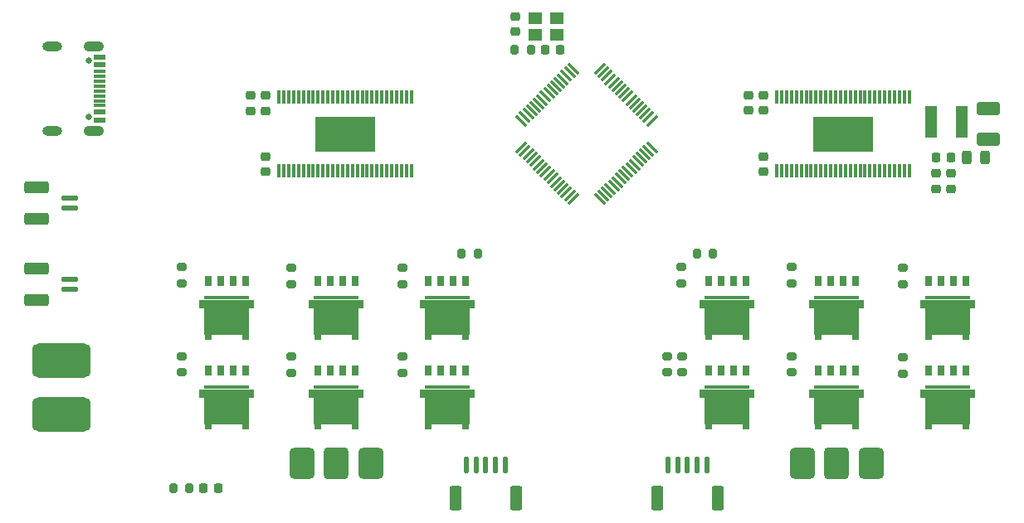
<source format=gbr>
%TF.GenerationSoftware,KiCad,Pcbnew,7.0.9*%
%TF.CreationDate,2024-01-31T13:13:56+08:00*%
%TF.ProjectId,MotorKit,4d6f746f-724b-4697-942e-6b696361645f,rev?*%
%TF.SameCoordinates,Original*%
%TF.FileFunction,Soldermask,Top*%
%TF.FilePolarity,Negative*%
%FSLAX46Y46*%
G04 Gerber Fmt 4.6, Leading zero omitted, Abs format (unit mm)*
G04 Created by KiCad (PCBNEW 7.0.9) date 2024-01-31 13:13:56*
%MOMM*%
%LPD*%
G01*
G04 APERTURE LIST*
G04 Aperture macros list*
%AMRoundRect*
0 Rectangle with rounded corners*
0 $1 Rounding radius*
0 $2 $3 $4 $5 $6 $7 $8 $9 X,Y pos of 4 corners*
0 Add a 4 corners polygon primitive as box body*
4,1,4,$2,$3,$4,$5,$6,$7,$8,$9,$2,$3,0*
0 Add four circle primitives for the rounded corners*
1,1,$1+$1,$2,$3*
1,1,$1+$1,$4,$5*
1,1,$1+$1,$6,$7*
1,1,$1+$1,$8,$9*
0 Add four rect primitives between the rounded corners*
20,1,$1+$1,$2,$3,$4,$5,0*
20,1,$1+$1,$4,$5,$6,$7,0*
20,1,$1+$1,$6,$7,$8,$9,0*
20,1,$1+$1,$8,$9,$2,$3,0*%
G04 Aperture macros list end*
%ADD10RoundRect,0.225000X-0.250000X0.225000X-0.250000X-0.225000X0.250000X-0.225000X0.250000X0.225000X0*%
%ADD11R,0.750000X1.000000*%
%ADD12R,0.750000X0.475000*%
%ADD13R,4.560000X2.730000*%
%ADD14R,5.550000X0.910000*%
%ADD15R,4.560000X0.430000*%
%ADD16RoundRect,0.225000X0.250000X-0.225000X0.250000X0.225000X-0.250000X0.225000X-0.250000X-0.225000X0*%
%ADD17RoundRect,0.200000X0.275000X-0.200000X0.275000X0.200000X-0.275000X0.200000X-0.275000X-0.200000X0*%
%ADD18RoundRect,0.218750X0.218750X0.256250X-0.218750X0.256250X-0.218750X-0.256250X0.218750X-0.256250X0*%
%ADD19C,0.650000*%
%ADD20R,1.150000X0.600000*%
%ADD21R,1.150000X0.300000*%
%ADD22O,2.100000X1.050000*%
%ADD23O,2.000000X1.000000*%
%ADD24R,0.300000X1.475000*%
%ADD25R,6.220000X3.680000*%
%ADD26RoundRect,0.100000X0.750000X-0.150000X0.750000X0.150000X-0.750000X0.150000X-0.750000X-0.150000X0*%
%ADD27RoundRect,0.200000X1.050000X-0.400000X1.050000X0.400000X-1.050000X0.400000X-1.050000X-0.400000X0*%
%ADD28RoundRect,0.243750X-0.243750X-0.456250X0.243750X-0.456250X0.243750X0.456250X-0.243750X0.456250X0*%
%ADD29RoundRect,0.200000X-0.200000X-0.275000X0.200000X-0.275000X0.200000X0.275000X-0.200000X0.275000X0*%
%ADD30RoundRect,0.100000X0.150000X0.750000X-0.150000X0.750000X-0.150000X-0.750000X0.150000X-0.750000X0*%
%ADD31RoundRect,0.200000X0.400000X1.050000X-0.400000X1.050000X-0.400000X-1.050000X0.400000X-1.050000X0*%
%ADD32RoundRect,0.075000X-0.548008X0.441942X0.441942X-0.548008X0.548008X-0.441942X-0.441942X0.548008X0*%
%ADD33RoundRect,0.075000X-0.548008X-0.441942X-0.441942X-0.548008X0.548008X0.441942X0.441942X0.548008X0*%
%ADD34R,1.400000X1.200000*%
%ADD35RoundRect,0.700000X-2.300000X1.050000X-2.300000X-1.050000X2.300000X-1.050000X2.300000X1.050000X0*%
%ADD36RoundRect,0.250000X-0.925000X0.412500X-0.925000X-0.412500X0.925000X-0.412500X0.925000X0.412500X0*%
%ADD37RoundRect,0.225000X-0.225000X-0.250000X0.225000X-0.250000X0.225000X0.250000X-0.225000X0.250000X0*%
%ADD38RoundRect,0.200000X0.200000X0.275000X-0.200000X0.275000X-0.200000X-0.275000X0.200000X-0.275000X0*%
%ADD39R,1.200000X3.300000*%
%ADD40RoundRect,0.520000X-0.780000X-1.080000X0.780000X-1.080000X0.780000X1.080000X-0.780000X1.080000X0*%
%ADD41RoundRect,0.520000X-0.780000X-1.130000X0.780000X-1.130000X0.780000X1.130000X-0.780000X1.130000X0*%
G04 APERTURE END LIST*
D10*
%TO.C,C39*%
X190500000Y-90493000D03*
X190500000Y-92043000D03*
%TD*%
D11*
%TO.C,Q13*%
X118491000Y-110617000D03*
X117221000Y-110617000D03*
X115951000Y-110617000D03*
X114681000Y-110617000D03*
D12*
X118491000Y-116375000D03*
D13*
X116586000Y-114775000D03*
D14*
X116586000Y-112960000D03*
D15*
X116586000Y-112295000D03*
D12*
X114681000Y-116375000D03*
%TD*%
D16*
%TO.C,C34*%
X171323000Y-90310000D03*
X171323000Y-88760000D03*
%TD*%
D11*
%TO.C,Q9*%
X140970000Y-110617000D03*
X139700000Y-110617000D03*
X138430000Y-110617000D03*
X137160000Y-110617000D03*
D12*
X140970000Y-116375000D03*
D13*
X139065000Y-114775000D03*
D14*
X139065000Y-112960000D03*
D15*
X139065000Y-112295000D03*
D12*
X137160000Y-116375000D03*
%TD*%
D17*
%TO.C,R52*%
X123190000Y-101790000D03*
X123190000Y-100140000D03*
%TD*%
D18*
%TO.C,D5*%
X115748000Y-122682000D03*
X114173000Y-122682000D03*
%TD*%
D19*
%TO.C,J8*%
X102491500Y-78922000D03*
X102491500Y-84702000D03*
D20*
X103566500Y-78612000D03*
X103566500Y-79412000D03*
D21*
X103566500Y-80562000D03*
X103566500Y-81562000D03*
X103566500Y-82062000D03*
X103566500Y-83062000D03*
D20*
X103566500Y-85012000D03*
X103566500Y-84212000D03*
D21*
X103566500Y-83562000D03*
X103566500Y-82562000D03*
X103566500Y-81062000D03*
X103566500Y-80062000D03*
D22*
X102991500Y-77492000D03*
D23*
X98811500Y-77492000D03*
X98811500Y-86132000D03*
D22*
X102991500Y-86132000D03*
%TD*%
D16*
%TO.C,C51*%
X120523000Y-90310000D03*
X120523000Y-88760000D03*
%TD*%
D17*
%TO.C,R51*%
X123190000Y-110870000D03*
X123190000Y-109220000D03*
%TD*%
D24*
%TO.C,IC1*%
X186201000Y-82675000D03*
X185701000Y-82675000D03*
X185201000Y-82675000D03*
X184701000Y-82675000D03*
X184201000Y-82675000D03*
X183701000Y-82675000D03*
X183201000Y-82675000D03*
X182701000Y-82675000D03*
X182201000Y-82675000D03*
X181701000Y-82675000D03*
X181201000Y-82675000D03*
X180701000Y-82675000D03*
X180201000Y-82675000D03*
X179701000Y-82675000D03*
X179201000Y-82675000D03*
X178701000Y-82675000D03*
X178201000Y-82675000D03*
X177701000Y-82675000D03*
X177201000Y-82675000D03*
X176701000Y-82675000D03*
X176201000Y-82675000D03*
X175701000Y-82675000D03*
X175201000Y-82675000D03*
X174701000Y-82675000D03*
X174201000Y-82675000D03*
X173701000Y-82675000D03*
X173201000Y-82675000D03*
X172701000Y-82675000D03*
X172701000Y-90251000D03*
X173201000Y-90251000D03*
X173701000Y-90251000D03*
X174201000Y-90251000D03*
X174701000Y-90251000D03*
X175201000Y-90251000D03*
X175701000Y-90251000D03*
X176201000Y-90251000D03*
X176701000Y-90251000D03*
X177201000Y-90251000D03*
X177701000Y-90251000D03*
X178201000Y-90251000D03*
X178701000Y-90251000D03*
X179201000Y-90251000D03*
X179701000Y-90251000D03*
X180201000Y-90251000D03*
X180701000Y-90251000D03*
X181201000Y-90251000D03*
X181701000Y-90251000D03*
X182201000Y-90251000D03*
X182701000Y-90251000D03*
X183201000Y-90251000D03*
X183701000Y-90251000D03*
X184201000Y-90251000D03*
X184701000Y-90251000D03*
X185201000Y-90251000D03*
X185701000Y-90251000D03*
X186201000Y-90251000D03*
D25*
X179451000Y-86463000D03*
%TD*%
D17*
%TO.C,R50*%
X134493000Y-101790000D03*
X134493000Y-100140000D03*
%TD*%
%TO.C,R49*%
X134493000Y-110871000D03*
X134493000Y-109221000D03*
%TD*%
%TO.C,R35*%
X185547000Y-110934000D03*
X185547000Y-109284000D03*
%TD*%
%TO.C,R13*%
X161544000Y-110807000D03*
X161544000Y-109157000D03*
%TD*%
%TO.C,R36*%
X185547000Y-101790000D03*
X185547000Y-100140000D03*
%TD*%
D11*
%TO.C,Q4*%
X192024000Y-101506000D03*
X190754000Y-101506000D03*
X189484000Y-101506000D03*
X188214000Y-101506000D03*
D12*
X192024000Y-107264000D03*
D13*
X190119000Y-105664000D03*
D14*
X190119000Y-103849000D03*
D15*
X190119000Y-103184000D03*
D12*
X188214000Y-107264000D03*
%TD*%
D17*
%TO.C,R54*%
X112014000Y-110807000D03*
X112014000Y-109157000D03*
%TD*%
D26*
%TO.C,J9*%
X100579000Y-102342000D03*
X100579000Y-101342000D03*
D27*
X97179000Y-103442000D03*
X97179000Y-100242000D03*
%TD*%
D16*
%TO.C,C2*%
X146007000Y-75991526D03*
X146007000Y-74441526D03*
%TD*%
%TO.C,C33*%
X171323000Y-84055000D03*
X171323000Y-82505000D03*
%TD*%
D26*
%TO.C,J10*%
X100579000Y-94007000D03*
X100579000Y-93007000D03*
D27*
X97179000Y-95107000D03*
X97179000Y-91907000D03*
%TD*%
D11*
%TO.C,Q5*%
X180721000Y-110629000D03*
X179451000Y-110629000D03*
X178181000Y-110629000D03*
X176911000Y-110629000D03*
D12*
X180721000Y-116387000D03*
D13*
X178816000Y-114787000D03*
D14*
X178816000Y-112972000D03*
D15*
X178816000Y-112307000D03*
D12*
X176911000Y-116387000D03*
%TD*%
D28*
%TO.C,D6*%
X192089500Y-88868000D03*
X193964500Y-88868000D03*
%TD*%
D11*
%TO.C,Q10*%
X140970000Y-101488000D03*
X139700000Y-101488000D03*
X138430000Y-101488000D03*
X137160000Y-101488000D03*
D12*
X140970000Y-107246000D03*
D13*
X139065000Y-105646000D03*
D14*
X139065000Y-103831000D03*
D15*
X139065000Y-103166000D03*
D12*
X137160000Y-107246000D03*
%TD*%
D11*
%TO.C,Q11*%
X129667000Y-110617000D03*
X128397000Y-110617000D03*
X127127000Y-110617000D03*
X125857000Y-110617000D03*
D12*
X129667000Y-116375000D03*
D13*
X127762000Y-114775000D03*
D14*
X127762000Y-112960000D03*
D15*
X127762000Y-112295000D03*
D12*
X125857000Y-116375000D03*
%TD*%
D29*
%TO.C,R2*%
X145943999Y-77883525D03*
X147593999Y-77883525D03*
%TD*%
D11*
%TO.C,Q8*%
X169545000Y-101506000D03*
X168275000Y-101506000D03*
X167005000Y-101506000D03*
X165735000Y-101506000D03*
D12*
X169545000Y-107264000D03*
D13*
X167640000Y-105664000D03*
D14*
X167640000Y-103849000D03*
D15*
X167640000Y-103184000D03*
D12*
X165735000Y-107264000D03*
%TD*%
D16*
%TO.C,C58*%
X169799000Y-84055000D03*
X169799000Y-82505000D03*
%TD*%
D30*
%TO.C,J4*%
X165576000Y-120274000D03*
X164576000Y-120274000D03*
X163576000Y-120274000D03*
X162576000Y-120274000D03*
X161576000Y-120274000D03*
D31*
X166676000Y-123674000D03*
X160476000Y-123674000D03*
%TD*%
D24*
%TO.C,IC2*%
X135401000Y-82675000D03*
X134901000Y-82675000D03*
X134401000Y-82675000D03*
X133901000Y-82675000D03*
X133401000Y-82675000D03*
X132901000Y-82675000D03*
X132401000Y-82675000D03*
X131901000Y-82675000D03*
X131401000Y-82675000D03*
X130901000Y-82675000D03*
X130401000Y-82675000D03*
X129901000Y-82675000D03*
X129401000Y-82675000D03*
X128901000Y-82675000D03*
X128401000Y-82675000D03*
X127901000Y-82675000D03*
X127401000Y-82675000D03*
X126901000Y-82675000D03*
X126401000Y-82675000D03*
X125901000Y-82675000D03*
X125401000Y-82675000D03*
X124901000Y-82675000D03*
X124401000Y-82675000D03*
X123901000Y-82675000D03*
X123401000Y-82675000D03*
X122901000Y-82675000D03*
X122401000Y-82675000D03*
X121901000Y-82675000D03*
X121901000Y-90251000D03*
X122401000Y-90251000D03*
X122901000Y-90251000D03*
X123401000Y-90251000D03*
X123901000Y-90251000D03*
X124401000Y-90251000D03*
X124901000Y-90251000D03*
X125401000Y-90251000D03*
X125901000Y-90251000D03*
X126401000Y-90251000D03*
X126901000Y-90251000D03*
X127401000Y-90251000D03*
X127901000Y-90251000D03*
X128401000Y-90251000D03*
X128901000Y-90251000D03*
X129401000Y-90251000D03*
X129901000Y-90251000D03*
X130401000Y-90251000D03*
X130901000Y-90251000D03*
X131401000Y-90251000D03*
X131901000Y-90251000D03*
X132401000Y-90251000D03*
X132901000Y-90251000D03*
X133401000Y-90251000D03*
X133901000Y-90251000D03*
X134401000Y-90251000D03*
X134901000Y-90251000D03*
X135401000Y-90251000D03*
D25*
X128651000Y-86463000D03*
%TD*%
D32*
%TO.C,U1*%
X151927819Y-79798519D03*
X151574266Y-80152072D03*
X151220713Y-80505625D03*
X150867159Y-80859179D03*
X150513606Y-81212732D03*
X150160052Y-81566286D03*
X149806499Y-81919839D03*
X149452946Y-82273392D03*
X149099392Y-82626946D03*
X148745839Y-82980499D03*
X148392286Y-83334052D03*
X148038732Y-83687606D03*
X147685179Y-84041159D03*
X147331625Y-84394713D03*
X146978072Y-84748266D03*
X146624519Y-85101819D03*
D33*
X146624519Y-87824181D03*
X146978072Y-88177734D03*
X147331625Y-88531287D03*
X147685179Y-88884841D03*
X148038732Y-89238394D03*
X148392286Y-89591948D03*
X148745839Y-89945501D03*
X149099392Y-90299054D03*
X149452946Y-90652608D03*
X149806499Y-91006161D03*
X150160052Y-91359714D03*
X150513606Y-91713268D03*
X150867159Y-92066821D03*
X151220713Y-92420375D03*
X151574266Y-92773928D03*
X151927819Y-93127481D03*
D32*
X154650181Y-93127481D03*
X155003734Y-92773928D03*
X155357287Y-92420375D03*
X155710841Y-92066821D03*
X156064394Y-91713268D03*
X156417948Y-91359714D03*
X156771501Y-91006161D03*
X157125054Y-90652608D03*
X157478608Y-90299054D03*
X157832161Y-89945501D03*
X158185714Y-89591948D03*
X158539268Y-89238394D03*
X158892821Y-88884841D03*
X159246375Y-88531287D03*
X159599928Y-88177734D03*
X159953481Y-87824181D03*
D33*
X159953481Y-85101819D03*
X159599928Y-84748266D03*
X159246375Y-84394713D03*
X158892821Y-84041159D03*
X158539268Y-83687606D03*
X158185714Y-83334052D03*
X157832161Y-82980499D03*
X157478608Y-82626946D03*
X157125054Y-82273392D03*
X156771501Y-81919839D03*
X156417948Y-81566286D03*
X156064394Y-81212732D03*
X155710841Y-80859179D03*
X155357287Y-80505625D03*
X155003734Y-80152072D03*
X154650181Y-79798519D03*
%TD*%
D34*
%TO.C,Y1*%
X150282000Y-74595000D03*
X148082000Y-74595000D03*
X148082000Y-76295000D03*
X150282000Y-76295000D03*
%TD*%
D11*
%TO.C,Q7*%
X169545000Y-110629000D03*
X168275000Y-110629000D03*
X167005000Y-110629000D03*
X165735000Y-110629000D03*
D12*
X169545000Y-116387000D03*
D13*
X167640000Y-114787000D03*
D14*
X167640000Y-112972000D03*
D15*
X167640000Y-112307000D03*
D12*
X165735000Y-116387000D03*
%TD*%
D35*
%TO.C,J13*%
X99695000Y-109633000D03*
X99695000Y-115133000D03*
%TD*%
D16*
%TO.C,C59*%
X118999000Y-84087000D03*
X118999000Y-82537000D03*
%TD*%
D17*
%TO.C,R37*%
X174244000Y-110807000D03*
X174244000Y-109157000D03*
%TD*%
D29*
%TO.C,NTC1*%
X140526000Y-98679000D03*
X142176000Y-98679000D03*
%TD*%
D36*
%TO.C,C43*%
X194310000Y-83901500D03*
X194310000Y-86976500D03*
%TD*%
D30*
%TO.C,J6*%
X145002000Y-120274000D03*
X144002000Y-120274000D03*
X143002000Y-120274000D03*
X142002000Y-120274000D03*
X141002000Y-120274000D03*
D31*
X146102000Y-123674000D03*
X139902000Y-123674000D03*
%TD*%
D17*
%TO.C,R55*%
X112014000Y-101726000D03*
X112014000Y-100076000D03*
%TD*%
D37*
%TO.C,C1*%
X149041998Y-77883525D03*
X150591998Y-77883525D03*
%TD*%
D38*
%TO.C,NTC2*%
X166179000Y-98679000D03*
X164529000Y-98679000D03*
%TD*%
D11*
%TO.C,Q3*%
X192024000Y-110650000D03*
X190754000Y-110650000D03*
X189484000Y-110650000D03*
X188214000Y-110650000D03*
D12*
X192024000Y-116408000D03*
D13*
X190119000Y-114808000D03*
D14*
X190119000Y-112993000D03*
D15*
X190119000Y-112328000D03*
D12*
X188214000Y-116408000D03*
%TD*%
D11*
%TO.C,Q12*%
X129667000Y-101488000D03*
X128397000Y-101488000D03*
X127127000Y-101488000D03*
X125857000Y-101488000D03*
D12*
X129667000Y-107246000D03*
D13*
X127762000Y-105646000D03*
D14*
X127762000Y-103831000D03*
D15*
X127762000Y-103166000D03*
D12*
X125857000Y-107246000D03*
%TD*%
D11*
%TO.C,Q14*%
X118491000Y-101488000D03*
X117221000Y-101488000D03*
X115951000Y-101488000D03*
X114681000Y-101488000D03*
D12*
X118491000Y-107246000D03*
D13*
X116586000Y-105646000D03*
D14*
X116586000Y-103831000D03*
D15*
X116586000Y-103166000D03*
D12*
X114681000Y-107246000D03*
%TD*%
D17*
%TO.C,R40*%
X163068000Y-110807000D03*
X163068000Y-109157000D03*
%TD*%
%TO.C,R41*%
X162941000Y-101726000D03*
X162941000Y-100076000D03*
%TD*%
D11*
%TO.C,Q6*%
X180721000Y-101506000D03*
X179451000Y-101506000D03*
X178181000Y-101506000D03*
X176911000Y-101506000D03*
D12*
X180721000Y-107264000D03*
D13*
X178816000Y-105664000D03*
D14*
X178816000Y-103849000D03*
D15*
X178816000Y-103184000D03*
D12*
X176911000Y-107264000D03*
%TD*%
D39*
%TO.C,L1*%
X188442000Y-85185000D03*
X191542000Y-85185000D03*
%TD*%
D17*
%TO.C,R38*%
X174244000Y-101726000D03*
X174244000Y-100076000D03*
%TD*%
D40*
%TO.C,J12*%
X131262000Y-120141000D03*
D41*
X127762000Y-120141000D03*
D40*
X124262000Y-120141000D03*
%TD*%
D16*
%TO.C,C50*%
X120523000Y-84087000D03*
X120523000Y-82537000D03*
%TD*%
D40*
%TO.C,J11*%
X182316000Y-120141000D03*
D41*
X178816000Y-120141000D03*
D40*
X175316000Y-120141000D03*
%TD*%
D29*
%TO.C,R15*%
X111126000Y-122682000D03*
X112776000Y-122682000D03*
%TD*%
D10*
%TO.C,C40*%
X188976000Y-90493000D03*
X188976000Y-92043000D03*
%TD*%
D37*
%TO.C,C35*%
X188950000Y-88868000D03*
X190500000Y-88868000D03*
%TD*%
M02*

</source>
